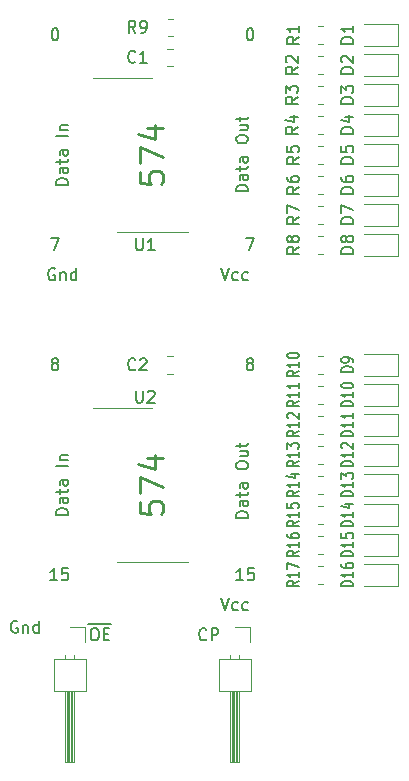
<source format=gbr>
%TF.GenerationSoftware,KiCad,Pcbnew,(5.1.8)-1*%
%TF.CreationDate,2024-06-18T22:34:24+03:00*%
%TF.ProjectId,STACK16,53544143-4b31-4362-9e6b-696361645f70,rev?*%
%TF.SameCoordinates,Original*%
%TF.FileFunction,Legend,Top*%
%TF.FilePolarity,Positive*%
%FSLAX46Y46*%
G04 Gerber Fmt 4.6, Leading zero omitted, Abs format (unit mm)*
G04 Created by KiCad (PCBNEW (5.1.8)-1) date 2024-06-18 22:34:24*
%MOMM*%
%LPD*%
G01*
G04 APERTURE LIST*
%ADD10C,0.150000*%
%ADD11C,0.250000*%
%ADD12C,0.120000*%
G04 APERTURE END LIST*
D10*
X69032380Y-68817738D02*
X68032380Y-68817738D01*
X68032380Y-68579642D01*
X68080000Y-68436785D01*
X68175238Y-68341547D01*
X68270476Y-68293928D01*
X68460952Y-68246309D01*
X68603809Y-68246309D01*
X68794285Y-68293928D01*
X68889523Y-68341547D01*
X68984761Y-68436785D01*
X69032380Y-68579642D01*
X69032380Y-68817738D01*
X69032380Y-67389166D02*
X68508571Y-67389166D01*
X68413333Y-67436785D01*
X68365714Y-67532023D01*
X68365714Y-67722500D01*
X68413333Y-67817738D01*
X68984761Y-67389166D02*
X69032380Y-67484404D01*
X69032380Y-67722500D01*
X68984761Y-67817738D01*
X68889523Y-67865357D01*
X68794285Y-67865357D01*
X68699047Y-67817738D01*
X68651428Y-67722500D01*
X68651428Y-67484404D01*
X68603809Y-67389166D01*
X68365714Y-67055833D02*
X68365714Y-66674880D01*
X68032380Y-66912976D02*
X68889523Y-66912976D01*
X68984761Y-66865357D01*
X69032380Y-66770119D01*
X69032380Y-66674880D01*
X69032380Y-65912976D02*
X68508571Y-65912976D01*
X68413333Y-65960595D01*
X68365714Y-66055833D01*
X68365714Y-66246309D01*
X68413333Y-66341547D01*
X68984761Y-65912976D02*
X69032380Y-66008214D01*
X69032380Y-66246309D01*
X68984761Y-66341547D01*
X68889523Y-66389166D01*
X68794285Y-66389166D01*
X68699047Y-66341547D01*
X68651428Y-66246309D01*
X68651428Y-66008214D01*
X68603809Y-65912976D01*
X68032380Y-64484404D02*
X68032380Y-64293928D01*
X68080000Y-64198690D01*
X68175238Y-64103452D01*
X68365714Y-64055833D01*
X68699047Y-64055833D01*
X68889523Y-64103452D01*
X68984761Y-64198690D01*
X69032380Y-64293928D01*
X69032380Y-64484404D01*
X68984761Y-64579642D01*
X68889523Y-64674880D01*
X68699047Y-64722500D01*
X68365714Y-64722500D01*
X68175238Y-64674880D01*
X68080000Y-64579642D01*
X68032380Y-64484404D01*
X68365714Y-63198690D02*
X69032380Y-63198690D01*
X68365714Y-63627261D02*
X68889523Y-63627261D01*
X68984761Y-63579642D01*
X69032380Y-63484404D01*
X69032380Y-63341547D01*
X68984761Y-63246309D01*
X68937142Y-63198690D01*
X68365714Y-62865357D02*
X68365714Y-62484404D01*
X68032380Y-62722500D02*
X68889523Y-62722500D01*
X68984761Y-62674880D01*
X69032380Y-62579642D01*
X69032380Y-62484404D01*
X53792380Y-68563809D02*
X52792380Y-68563809D01*
X52792380Y-68325714D01*
X52840000Y-68182857D01*
X52935238Y-68087619D01*
X53030476Y-68040000D01*
X53220952Y-67992380D01*
X53363809Y-67992380D01*
X53554285Y-68040000D01*
X53649523Y-68087619D01*
X53744761Y-68182857D01*
X53792380Y-68325714D01*
X53792380Y-68563809D01*
X53792380Y-67135238D02*
X53268571Y-67135238D01*
X53173333Y-67182857D01*
X53125714Y-67278095D01*
X53125714Y-67468571D01*
X53173333Y-67563809D01*
X53744761Y-67135238D02*
X53792380Y-67230476D01*
X53792380Y-67468571D01*
X53744761Y-67563809D01*
X53649523Y-67611428D01*
X53554285Y-67611428D01*
X53459047Y-67563809D01*
X53411428Y-67468571D01*
X53411428Y-67230476D01*
X53363809Y-67135238D01*
X53125714Y-66801904D02*
X53125714Y-66420952D01*
X52792380Y-66659047D02*
X53649523Y-66659047D01*
X53744761Y-66611428D01*
X53792380Y-66516190D01*
X53792380Y-66420952D01*
X53792380Y-65659047D02*
X53268571Y-65659047D01*
X53173333Y-65706666D01*
X53125714Y-65801904D01*
X53125714Y-65992380D01*
X53173333Y-66087619D01*
X53744761Y-65659047D02*
X53792380Y-65754285D01*
X53792380Y-65992380D01*
X53744761Y-66087619D01*
X53649523Y-66135238D01*
X53554285Y-66135238D01*
X53459047Y-66087619D01*
X53411428Y-65992380D01*
X53411428Y-65754285D01*
X53363809Y-65659047D01*
X53792380Y-64420952D02*
X52792380Y-64420952D01*
X53125714Y-63944761D02*
X53792380Y-63944761D01*
X53220952Y-63944761D02*
X53173333Y-63897142D01*
X53125714Y-63801904D01*
X53125714Y-63659047D01*
X53173333Y-63563809D01*
X53268571Y-63516190D01*
X53792380Y-63516190D01*
X66754523Y-47712380D02*
X67087857Y-48712380D01*
X67421190Y-47712380D01*
X68183095Y-48664761D02*
X68087857Y-48712380D01*
X67897380Y-48712380D01*
X67802142Y-48664761D01*
X67754523Y-48617142D01*
X67706904Y-48521904D01*
X67706904Y-48236190D01*
X67754523Y-48140952D01*
X67802142Y-48093333D01*
X67897380Y-48045714D01*
X68087857Y-48045714D01*
X68183095Y-48093333D01*
X69040238Y-48664761D02*
X68945000Y-48712380D01*
X68754523Y-48712380D01*
X68659285Y-48664761D01*
X68611666Y-48617142D01*
X68564047Y-48521904D01*
X68564047Y-48236190D01*
X68611666Y-48140952D01*
X68659285Y-48093333D01*
X68754523Y-48045714D01*
X68945000Y-48045714D01*
X69040238Y-48093333D01*
X49522142Y-77605000D02*
X49426904Y-77557380D01*
X49284047Y-77557380D01*
X49141190Y-77605000D01*
X49045952Y-77700238D01*
X48998333Y-77795476D01*
X48950714Y-77985952D01*
X48950714Y-78128809D01*
X48998333Y-78319285D01*
X49045952Y-78414523D01*
X49141190Y-78509761D01*
X49284047Y-78557380D01*
X49379285Y-78557380D01*
X49522142Y-78509761D01*
X49569761Y-78462142D01*
X49569761Y-78128809D01*
X49379285Y-78128809D01*
X49998333Y-77890714D02*
X49998333Y-78557380D01*
X49998333Y-77985952D02*
X50045952Y-77938333D01*
X50141190Y-77890714D01*
X50284047Y-77890714D01*
X50379285Y-77938333D01*
X50426904Y-78033571D01*
X50426904Y-78557380D01*
X51331666Y-78557380D02*
X51331666Y-77557380D01*
X51331666Y-78509761D02*
X51236428Y-78557380D01*
X51045952Y-78557380D01*
X50950714Y-78509761D01*
X50903095Y-78462142D01*
X50855476Y-78366904D01*
X50855476Y-78081190D01*
X50903095Y-77985952D01*
X50950714Y-77938333D01*
X51045952Y-77890714D01*
X51236428Y-77890714D01*
X51331666Y-77938333D01*
D11*
X59864761Y-67468571D02*
X59864761Y-68420952D01*
X60817142Y-68516190D01*
X60721904Y-68420952D01*
X60626666Y-68230476D01*
X60626666Y-67754285D01*
X60721904Y-67563809D01*
X60817142Y-67468571D01*
X61007619Y-67373333D01*
X61483809Y-67373333D01*
X61674285Y-67468571D01*
X61769523Y-67563809D01*
X61864761Y-67754285D01*
X61864761Y-68230476D01*
X61769523Y-68420952D01*
X61674285Y-68516190D01*
X59864761Y-66706666D02*
X59864761Y-65373333D01*
X61864761Y-66230476D01*
X60531428Y-63754285D02*
X61864761Y-63754285D01*
X59769523Y-64230476D02*
X61198095Y-64706666D01*
X61198095Y-63468571D01*
D10*
X68643523Y-74112380D02*
X68072095Y-74112380D01*
X68357809Y-74112380D02*
X68357809Y-73112380D01*
X68262571Y-73255238D01*
X68167333Y-73350476D01*
X68072095Y-73398095D01*
X69548285Y-73112380D02*
X69072095Y-73112380D01*
X69024476Y-73588571D01*
X69072095Y-73540952D01*
X69167333Y-73493333D01*
X69405428Y-73493333D01*
X69500666Y-73540952D01*
X69548285Y-73588571D01*
X69595904Y-73683809D01*
X69595904Y-73921904D01*
X69548285Y-74017142D01*
X69500666Y-74064761D01*
X69405428Y-74112380D01*
X69167333Y-74112380D01*
X69072095Y-74064761D01*
X69024476Y-74017142D01*
X52895523Y-74112380D02*
X52324095Y-74112380D01*
X52609809Y-74112380D02*
X52609809Y-73112380D01*
X52514571Y-73255238D01*
X52419333Y-73350476D01*
X52324095Y-73398095D01*
X53800285Y-73112380D02*
X53324095Y-73112380D01*
X53276476Y-73588571D01*
X53324095Y-73540952D01*
X53419333Y-73493333D01*
X53657428Y-73493333D01*
X53752666Y-73540952D01*
X53800285Y-73588571D01*
X53847904Y-73683809D01*
X53847904Y-73921904D01*
X53800285Y-74017142D01*
X53752666Y-74064761D01*
X53657428Y-74112380D01*
X53419333Y-74112380D01*
X53324095Y-74064761D01*
X53276476Y-74017142D01*
X69119761Y-55760952D02*
X69024523Y-55713333D01*
X68976904Y-55665714D01*
X68929285Y-55570476D01*
X68929285Y-55522857D01*
X68976904Y-55427619D01*
X69024523Y-55380000D01*
X69119761Y-55332380D01*
X69310238Y-55332380D01*
X69405476Y-55380000D01*
X69453095Y-55427619D01*
X69500714Y-55522857D01*
X69500714Y-55570476D01*
X69453095Y-55665714D01*
X69405476Y-55713333D01*
X69310238Y-55760952D01*
X69119761Y-55760952D01*
X69024523Y-55808571D01*
X68976904Y-55856190D01*
X68929285Y-55951428D01*
X68929285Y-56141904D01*
X68976904Y-56237142D01*
X69024523Y-56284761D01*
X69119761Y-56332380D01*
X69310238Y-56332380D01*
X69405476Y-56284761D01*
X69453095Y-56237142D01*
X69500714Y-56141904D01*
X69500714Y-55951428D01*
X69453095Y-55856190D01*
X69405476Y-55808571D01*
X69310238Y-55760952D01*
X52609761Y-55760952D02*
X52514523Y-55713333D01*
X52466904Y-55665714D01*
X52419285Y-55570476D01*
X52419285Y-55522857D01*
X52466904Y-55427619D01*
X52514523Y-55380000D01*
X52609761Y-55332380D01*
X52800238Y-55332380D01*
X52895476Y-55380000D01*
X52943095Y-55427619D01*
X52990714Y-55522857D01*
X52990714Y-55570476D01*
X52943095Y-55665714D01*
X52895476Y-55713333D01*
X52800238Y-55760952D01*
X52609761Y-55760952D01*
X52514523Y-55808571D01*
X52466904Y-55856190D01*
X52419285Y-55951428D01*
X52419285Y-56141904D01*
X52466904Y-56237142D01*
X52514523Y-56284761D01*
X52609761Y-56332380D01*
X52800238Y-56332380D01*
X52895476Y-56284761D01*
X52943095Y-56237142D01*
X52990714Y-56141904D01*
X52990714Y-55951428D01*
X52943095Y-55856190D01*
X52895476Y-55808571D01*
X52800238Y-55760952D01*
D11*
X59864761Y-39528571D02*
X59864761Y-40480952D01*
X60817142Y-40576190D01*
X60721904Y-40480952D01*
X60626666Y-40290476D01*
X60626666Y-39814285D01*
X60721904Y-39623809D01*
X60817142Y-39528571D01*
X61007619Y-39433333D01*
X61483809Y-39433333D01*
X61674285Y-39528571D01*
X61769523Y-39623809D01*
X61864761Y-39814285D01*
X61864761Y-40290476D01*
X61769523Y-40480952D01*
X61674285Y-40576190D01*
X59864761Y-38766666D02*
X59864761Y-37433333D01*
X61864761Y-38290476D01*
X60531428Y-35814285D02*
X61864761Y-35814285D01*
X59769523Y-36290476D02*
X61198095Y-36766666D01*
X61198095Y-35528571D01*
D10*
X68881666Y-45172380D02*
X69548333Y-45172380D01*
X69119761Y-46172380D01*
X52371666Y-45172380D02*
X53038333Y-45172380D01*
X52609761Y-46172380D01*
X69167380Y-27392380D02*
X69262619Y-27392380D01*
X69357857Y-27440000D01*
X69405476Y-27487619D01*
X69453095Y-27582857D01*
X69500714Y-27773333D01*
X69500714Y-28011428D01*
X69453095Y-28201904D01*
X69405476Y-28297142D01*
X69357857Y-28344761D01*
X69262619Y-28392380D01*
X69167380Y-28392380D01*
X69072142Y-28344761D01*
X69024523Y-28297142D01*
X68976904Y-28201904D01*
X68929285Y-28011428D01*
X68929285Y-27773333D01*
X68976904Y-27582857D01*
X69024523Y-27487619D01*
X69072142Y-27440000D01*
X69167380Y-27392380D01*
X52657380Y-27392380D02*
X52752619Y-27392380D01*
X52847857Y-27440000D01*
X52895476Y-27487619D01*
X52943095Y-27582857D01*
X52990714Y-27773333D01*
X52990714Y-28011428D01*
X52943095Y-28201904D01*
X52895476Y-28297142D01*
X52847857Y-28344761D01*
X52752619Y-28392380D01*
X52657380Y-28392380D01*
X52562142Y-28344761D01*
X52514523Y-28297142D01*
X52466904Y-28201904D01*
X52419285Y-28011428D01*
X52419285Y-27773333D01*
X52466904Y-27582857D01*
X52514523Y-27487619D01*
X52562142Y-27440000D01*
X52657380Y-27392380D01*
X69032380Y-41195238D02*
X68032380Y-41195238D01*
X68032380Y-40957142D01*
X68080000Y-40814285D01*
X68175238Y-40719047D01*
X68270476Y-40671428D01*
X68460952Y-40623809D01*
X68603809Y-40623809D01*
X68794285Y-40671428D01*
X68889523Y-40719047D01*
X68984761Y-40814285D01*
X69032380Y-40957142D01*
X69032380Y-41195238D01*
X69032380Y-39766666D02*
X68508571Y-39766666D01*
X68413333Y-39814285D01*
X68365714Y-39909523D01*
X68365714Y-40100000D01*
X68413333Y-40195238D01*
X68984761Y-39766666D02*
X69032380Y-39861904D01*
X69032380Y-40100000D01*
X68984761Y-40195238D01*
X68889523Y-40242857D01*
X68794285Y-40242857D01*
X68699047Y-40195238D01*
X68651428Y-40100000D01*
X68651428Y-39861904D01*
X68603809Y-39766666D01*
X68365714Y-39433333D02*
X68365714Y-39052380D01*
X68032380Y-39290476D02*
X68889523Y-39290476D01*
X68984761Y-39242857D01*
X69032380Y-39147619D01*
X69032380Y-39052380D01*
X69032380Y-38290476D02*
X68508571Y-38290476D01*
X68413333Y-38338095D01*
X68365714Y-38433333D01*
X68365714Y-38623809D01*
X68413333Y-38719047D01*
X68984761Y-38290476D02*
X69032380Y-38385714D01*
X69032380Y-38623809D01*
X68984761Y-38719047D01*
X68889523Y-38766666D01*
X68794285Y-38766666D01*
X68699047Y-38719047D01*
X68651428Y-38623809D01*
X68651428Y-38385714D01*
X68603809Y-38290476D01*
X68032380Y-36861904D02*
X68032380Y-36671428D01*
X68080000Y-36576190D01*
X68175238Y-36480952D01*
X68365714Y-36433333D01*
X68699047Y-36433333D01*
X68889523Y-36480952D01*
X68984761Y-36576190D01*
X69032380Y-36671428D01*
X69032380Y-36861904D01*
X68984761Y-36957142D01*
X68889523Y-37052380D01*
X68699047Y-37100000D01*
X68365714Y-37100000D01*
X68175238Y-37052380D01*
X68080000Y-36957142D01*
X68032380Y-36861904D01*
X68365714Y-35576190D02*
X69032380Y-35576190D01*
X68365714Y-36004761D02*
X68889523Y-36004761D01*
X68984761Y-35957142D01*
X69032380Y-35861904D01*
X69032380Y-35719047D01*
X68984761Y-35623809D01*
X68937142Y-35576190D01*
X68365714Y-35242857D02*
X68365714Y-34861904D01*
X68032380Y-35100000D02*
X68889523Y-35100000D01*
X68984761Y-35052380D01*
X69032380Y-34957142D01*
X69032380Y-34861904D01*
X53792380Y-40623809D02*
X52792380Y-40623809D01*
X52792380Y-40385714D01*
X52840000Y-40242857D01*
X52935238Y-40147619D01*
X53030476Y-40100000D01*
X53220952Y-40052380D01*
X53363809Y-40052380D01*
X53554285Y-40100000D01*
X53649523Y-40147619D01*
X53744761Y-40242857D01*
X53792380Y-40385714D01*
X53792380Y-40623809D01*
X53792380Y-39195238D02*
X53268571Y-39195238D01*
X53173333Y-39242857D01*
X53125714Y-39338095D01*
X53125714Y-39528571D01*
X53173333Y-39623809D01*
X53744761Y-39195238D02*
X53792380Y-39290476D01*
X53792380Y-39528571D01*
X53744761Y-39623809D01*
X53649523Y-39671428D01*
X53554285Y-39671428D01*
X53459047Y-39623809D01*
X53411428Y-39528571D01*
X53411428Y-39290476D01*
X53363809Y-39195238D01*
X53125714Y-38861904D02*
X53125714Y-38480952D01*
X52792380Y-38719047D02*
X53649523Y-38719047D01*
X53744761Y-38671428D01*
X53792380Y-38576190D01*
X53792380Y-38480952D01*
X53792380Y-37719047D02*
X53268571Y-37719047D01*
X53173333Y-37766666D01*
X53125714Y-37861904D01*
X53125714Y-38052380D01*
X53173333Y-38147619D01*
X53744761Y-37719047D02*
X53792380Y-37814285D01*
X53792380Y-38052380D01*
X53744761Y-38147619D01*
X53649523Y-38195238D01*
X53554285Y-38195238D01*
X53459047Y-38147619D01*
X53411428Y-38052380D01*
X53411428Y-37814285D01*
X53363809Y-37719047D01*
X53792380Y-36480952D02*
X52792380Y-36480952D01*
X53125714Y-36004761D02*
X53792380Y-36004761D01*
X53220952Y-36004761D02*
X53173333Y-35957142D01*
X53125714Y-35861904D01*
X53125714Y-35719047D01*
X53173333Y-35623809D01*
X53268571Y-35576190D01*
X53792380Y-35576190D01*
X66754523Y-75652380D02*
X67087857Y-76652380D01*
X67421190Y-75652380D01*
X68183095Y-76604761D02*
X68087857Y-76652380D01*
X67897380Y-76652380D01*
X67802142Y-76604761D01*
X67754523Y-76557142D01*
X67706904Y-76461904D01*
X67706904Y-76176190D01*
X67754523Y-76080952D01*
X67802142Y-76033333D01*
X67897380Y-75985714D01*
X68087857Y-75985714D01*
X68183095Y-76033333D01*
X69040238Y-76604761D02*
X68945000Y-76652380D01*
X68754523Y-76652380D01*
X68659285Y-76604761D01*
X68611666Y-76557142D01*
X68564047Y-76461904D01*
X68564047Y-76176190D01*
X68611666Y-76080952D01*
X68659285Y-76033333D01*
X68754523Y-75985714D01*
X68945000Y-75985714D01*
X69040238Y-76033333D01*
X52697142Y-47760000D02*
X52601904Y-47712380D01*
X52459047Y-47712380D01*
X52316190Y-47760000D01*
X52220952Y-47855238D01*
X52173333Y-47950476D01*
X52125714Y-48140952D01*
X52125714Y-48283809D01*
X52173333Y-48474285D01*
X52220952Y-48569523D01*
X52316190Y-48664761D01*
X52459047Y-48712380D01*
X52554285Y-48712380D01*
X52697142Y-48664761D01*
X52744761Y-48617142D01*
X52744761Y-48283809D01*
X52554285Y-48283809D01*
X53173333Y-48045714D02*
X53173333Y-48712380D01*
X53173333Y-48140952D02*
X53220952Y-48093333D01*
X53316190Y-48045714D01*
X53459047Y-48045714D01*
X53554285Y-48093333D01*
X53601904Y-48188571D01*
X53601904Y-48712380D01*
X54506666Y-48712380D02*
X54506666Y-47712380D01*
X54506666Y-48664761D02*
X54411428Y-48712380D01*
X54220952Y-48712380D01*
X54125714Y-48664761D01*
X54078095Y-48617142D01*
X54030476Y-48521904D01*
X54030476Y-48236190D01*
X54078095Y-48140952D01*
X54125714Y-48093333D01*
X54220952Y-48045714D01*
X54411428Y-48045714D01*
X54506666Y-48093333D01*
X65532023Y-79097142D02*
X65484404Y-79144761D01*
X65341547Y-79192380D01*
X65246309Y-79192380D01*
X65103452Y-79144761D01*
X65008214Y-79049523D01*
X64960595Y-78954285D01*
X64912976Y-78763809D01*
X64912976Y-78620952D01*
X64960595Y-78430476D01*
X65008214Y-78335238D01*
X65103452Y-78240000D01*
X65246309Y-78192380D01*
X65341547Y-78192380D01*
X65484404Y-78240000D01*
X65532023Y-78287619D01*
X65960595Y-79192380D02*
X65960595Y-78192380D01*
X66341547Y-78192380D01*
X66436785Y-78240000D01*
X66484404Y-78287619D01*
X66532023Y-78382857D01*
X66532023Y-78525714D01*
X66484404Y-78620952D01*
X66436785Y-78668571D01*
X66341547Y-78716190D01*
X65960595Y-78716190D01*
X55538809Y-77825000D02*
X56586428Y-77825000D01*
X55967380Y-78192380D02*
X56157857Y-78192380D01*
X56253095Y-78240000D01*
X56348333Y-78335238D01*
X56395952Y-78525714D01*
X56395952Y-78859047D01*
X56348333Y-79049523D01*
X56253095Y-79144761D01*
X56157857Y-79192380D01*
X55967380Y-79192380D01*
X55872142Y-79144761D01*
X55776904Y-79049523D01*
X55729285Y-78859047D01*
X55729285Y-78525714D01*
X55776904Y-78335238D01*
X55872142Y-78240000D01*
X55967380Y-78192380D01*
X56586428Y-77825000D02*
X57491190Y-77825000D01*
X56824523Y-78668571D02*
X57157857Y-78668571D01*
X57300714Y-79192380D02*
X56824523Y-79192380D01*
X56824523Y-78192380D01*
X57300714Y-78192380D01*
D12*
%TO.C,U2*%
X57960000Y-72570000D02*
X63960000Y-72570000D01*
X55960000Y-59510000D02*
X60960000Y-59510000D01*
%TO.C,R17*%
X75427064Y-74395000D02*
X74972936Y-74395000D01*
X75427064Y-72925000D02*
X74972936Y-72925000D01*
%TO.C,R16*%
X75427064Y-71855000D02*
X74972936Y-71855000D01*
X75427064Y-70385000D02*
X74972936Y-70385000D01*
%TO.C,R15*%
X75427064Y-69315000D02*
X74972936Y-69315000D01*
X75427064Y-67845000D02*
X74972936Y-67845000D01*
%TO.C,R14*%
X75427064Y-66775000D02*
X74972936Y-66775000D01*
X75427064Y-65305000D02*
X74972936Y-65305000D01*
%TO.C,R13*%
X75427064Y-64235000D02*
X74972936Y-64235000D01*
X75427064Y-62765000D02*
X74972936Y-62765000D01*
%TO.C,R12*%
X75427064Y-61695000D02*
X74972936Y-61695000D01*
X75427064Y-60225000D02*
X74972936Y-60225000D01*
%TO.C,R11*%
X75427064Y-59155000D02*
X74972936Y-59155000D01*
X75427064Y-57685000D02*
X74972936Y-57685000D01*
%TO.C,R10*%
X75427064Y-56615000D02*
X74972936Y-56615000D01*
X75427064Y-55145000D02*
X74972936Y-55145000D01*
%TO.C,D16*%
X78910000Y-74620000D02*
X81770000Y-74620000D01*
X81770000Y-74620000D02*
X81770000Y-72700000D01*
X81770000Y-72700000D02*
X78910000Y-72700000D01*
%TO.C,D15*%
X78910000Y-72080000D02*
X81770000Y-72080000D01*
X81770000Y-72080000D02*
X81770000Y-70160000D01*
X81770000Y-70160000D02*
X78910000Y-70160000D01*
%TO.C,D14*%
X78910000Y-69540000D02*
X81770000Y-69540000D01*
X81770000Y-69540000D02*
X81770000Y-67620000D01*
X81770000Y-67620000D02*
X78910000Y-67620000D01*
%TO.C,D13*%
X78910000Y-67000000D02*
X81770000Y-67000000D01*
X81770000Y-67000000D02*
X81770000Y-65080000D01*
X81770000Y-65080000D02*
X78910000Y-65080000D01*
%TO.C,D12*%
X78910000Y-64460000D02*
X81770000Y-64460000D01*
X81770000Y-64460000D02*
X81770000Y-62540000D01*
X81770000Y-62540000D02*
X78910000Y-62540000D01*
%TO.C,D11*%
X78910000Y-61920000D02*
X81770000Y-61920000D01*
X81770000Y-61920000D02*
X81770000Y-60000000D01*
X81770000Y-60000000D02*
X78910000Y-60000000D01*
%TO.C,D10*%
X78910000Y-59380000D02*
X81770000Y-59380000D01*
X81770000Y-59380000D02*
X81770000Y-57460000D01*
X81770000Y-57460000D02*
X78910000Y-57460000D01*
%TO.C,D9*%
X78910000Y-56840000D02*
X81770000Y-56840000D01*
X81770000Y-56840000D02*
X81770000Y-54920000D01*
X81770000Y-54920000D02*
X78910000Y-54920000D01*
%TO.C,C2*%
X62723752Y-56615000D02*
X62201248Y-56615000D01*
X62723752Y-55145000D02*
X62201248Y-55145000D01*
%TO.C,R9*%
X62272936Y-26570000D02*
X62727064Y-26570000D01*
X62272936Y-28040000D02*
X62727064Y-28040000D01*
%TO.C,J4*%
X55245000Y-78105000D02*
X55245000Y-79375000D01*
X53975000Y-78105000D02*
X55245000Y-78105000D01*
X53595000Y-80485000D02*
X53595000Y-80815000D01*
X54355000Y-80485000D02*
X54355000Y-80815000D01*
X53695000Y-83475000D02*
X53695000Y-89475000D01*
X53815000Y-83475000D02*
X53815000Y-89475000D01*
X53935000Y-83475000D02*
X53935000Y-89475000D01*
X54055000Y-83475000D02*
X54055000Y-89475000D01*
X54175000Y-83475000D02*
X54175000Y-89475000D01*
X54295000Y-83475000D02*
X54295000Y-89475000D01*
X53595000Y-89475000D02*
X53595000Y-83475000D01*
X54355000Y-89475000D02*
X53595000Y-89475000D01*
X54355000Y-83475000D02*
X54355000Y-89475000D01*
X55305000Y-83475000D02*
X55305000Y-80815000D01*
X52645000Y-83475000D02*
X55305000Y-83475000D01*
X52645000Y-80815000D02*
X52645000Y-83475000D01*
X55305000Y-80815000D02*
X52645000Y-80815000D01*
%TO.C,J3*%
X69215000Y-78105000D02*
X69215000Y-79375000D01*
X67945000Y-78105000D02*
X69215000Y-78105000D01*
X67565000Y-80485000D02*
X67565000Y-80815000D01*
X68325000Y-80485000D02*
X68325000Y-80815000D01*
X67665000Y-83475000D02*
X67665000Y-89475000D01*
X67785000Y-83475000D02*
X67785000Y-89475000D01*
X67905000Y-83475000D02*
X67905000Y-89475000D01*
X68025000Y-83475000D02*
X68025000Y-89475000D01*
X68145000Y-83475000D02*
X68145000Y-89475000D01*
X68265000Y-83475000D02*
X68265000Y-89475000D01*
X67565000Y-89475000D02*
X67565000Y-83475000D01*
X68325000Y-89475000D02*
X67565000Y-89475000D01*
X68325000Y-83475000D02*
X68325000Y-89475000D01*
X69275000Y-83475000D02*
X69275000Y-80815000D01*
X66615000Y-83475000D02*
X69275000Y-83475000D01*
X66615000Y-80815000D02*
X66615000Y-83475000D01*
X69275000Y-80815000D02*
X66615000Y-80815000D01*
%TO.C,C1*%
X62723752Y-29110000D02*
X62201248Y-29110000D01*
X62723752Y-30580000D02*
X62201248Y-30580000D01*
%TO.C,D1*%
X81770000Y-26980000D02*
X78910000Y-26980000D01*
X81770000Y-28900000D02*
X81770000Y-26980000D01*
X78910000Y-28900000D02*
X81770000Y-28900000D01*
%TO.C,D2*%
X81770000Y-29520000D02*
X78910000Y-29520000D01*
X81770000Y-31440000D02*
X81770000Y-29520000D01*
X78910000Y-31440000D02*
X81770000Y-31440000D01*
%TO.C,D3*%
X78910000Y-33980000D02*
X81770000Y-33980000D01*
X81770000Y-33980000D02*
X81770000Y-32060000D01*
X81770000Y-32060000D02*
X78910000Y-32060000D01*
%TO.C,D4*%
X81770000Y-34600000D02*
X78910000Y-34600000D01*
X81770000Y-36520000D02*
X81770000Y-34600000D01*
X78910000Y-36520000D02*
X81770000Y-36520000D01*
%TO.C,D5*%
X78910000Y-39060000D02*
X81770000Y-39060000D01*
X81770000Y-39060000D02*
X81770000Y-37140000D01*
X81770000Y-37140000D02*
X78910000Y-37140000D01*
%TO.C,D6*%
X78910000Y-41600000D02*
X81770000Y-41600000D01*
X81770000Y-41600000D02*
X81770000Y-39680000D01*
X81770000Y-39680000D02*
X78910000Y-39680000D01*
%TO.C,D7*%
X78910000Y-44140000D02*
X81770000Y-44140000D01*
X81770000Y-44140000D02*
X81770000Y-42220000D01*
X81770000Y-42220000D02*
X78910000Y-42220000D01*
%TO.C,D8*%
X81770000Y-44760000D02*
X78910000Y-44760000D01*
X81770000Y-46680000D02*
X81770000Y-44760000D01*
X78910000Y-46680000D02*
X81770000Y-46680000D01*
%TO.C,R1*%
X75427064Y-27205000D02*
X74972936Y-27205000D01*
X75427064Y-28675000D02*
X74972936Y-28675000D01*
%TO.C,R2*%
X75427064Y-29745000D02*
X74972936Y-29745000D01*
X75427064Y-31215000D02*
X74972936Y-31215000D01*
%TO.C,R3*%
X75427064Y-33755000D02*
X74972936Y-33755000D01*
X75427064Y-32285000D02*
X74972936Y-32285000D01*
%TO.C,R4*%
X75427064Y-36295000D02*
X74972936Y-36295000D01*
X75427064Y-34825000D02*
X74972936Y-34825000D01*
%TO.C,R5*%
X75427064Y-37365000D02*
X74972936Y-37365000D01*
X75427064Y-38835000D02*
X74972936Y-38835000D01*
%TO.C,R6*%
X75427064Y-41375000D02*
X74972936Y-41375000D01*
X75427064Y-39905000D02*
X74972936Y-39905000D01*
%TO.C,R7*%
X75427064Y-43915000D02*
X74972936Y-43915000D01*
X75427064Y-42445000D02*
X74972936Y-42445000D01*
%TO.C,R8*%
X75427064Y-44985000D02*
X74972936Y-44985000D01*
X75427064Y-46455000D02*
X74972936Y-46455000D01*
%TO.C,U1*%
X55960000Y-31570000D02*
X60960000Y-31570000D01*
X57960000Y-44630000D02*
X63960000Y-44630000D01*
%TO.C,U2*%
D10*
X59563095Y-58072380D02*
X59563095Y-58881904D01*
X59610714Y-58977142D01*
X59658333Y-59024761D01*
X59753571Y-59072380D01*
X59944047Y-59072380D01*
X60039285Y-59024761D01*
X60086904Y-58977142D01*
X60134523Y-58881904D01*
X60134523Y-58072380D01*
X60563095Y-58167619D02*
X60610714Y-58120000D01*
X60705952Y-58072380D01*
X60944047Y-58072380D01*
X61039285Y-58120000D01*
X61086904Y-58167619D01*
X61134523Y-58262857D01*
X61134523Y-58358095D01*
X61086904Y-58500952D01*
X60515476Y-59072380D01*
X61134523Y-59072380D01*
%TO.C,R17*%
X73350380Y-74174285D02*
X72874190Y-74440952D01*
X73350380Y-74631428D02*
X72350380Y-74631428D01*
X72350380Y-74326666D01*
X72398000Y-74250476D01*
X72445619Y-74212380D01*
X72540857Y-74174285D01*
X72683714Y-74174285D01*
X72778952Y-74212380D01*
X72826571Y-74250476D01*
X72874190Y-74326666D01*
X72874190Y-74631428D01*
X73350380Y-73412380D02*
X73350380Y-73869523D01*
X73350380Y-73640952D02*
X72350380Y-73640952D01*
X72493238Y-73717142D01*
X72588476Y-73793333D01*
X72636095Y-73869523D01*
X72350380Y-73145714D02*
X72350380Y-72612380D01*
X73350380Y-72955238D01*
%TO.C,R16*%
X73350380Y-71634285D02*
X72874190Y-71900952D01*
X73350380Y-72091428D02*
X72350380Y-72091428D01*
X72350380Y-71786666D01*
X72398000Y-71710476D01*
X72445619Y-71672380D01*
X72540857Y-71634285D01*
X72683714Y-71634285D01*
X72778952Y-71672380D01*
X72826571Y-71710476D01*
X72874190Y-71786666D01*
X72874190Y-72091428D01*
X73350380Y-70872380D02*
X73350380Y-71329523D01*
X73350380Y-71100952D02*
X72350380Y-71100952D01*
X72493238Y-71177142D01*
X72588476Y-71253333D01*
X72636095Y-71329523D01*
X72350380Y-70186666D02*
X72350380Y-70339047D01*
X72398000Y-70415238D01*
X72445619Y-70453333D01*
X72588476Y-70529523D01*
X72778952Y-70567619D01*
X73159904Y-70567619D01*
X73255142Y-70529523D01*
X73302761Y-70491428D01*
X73350380Y-70415238D01*
X73350380Y-70262857D01*
X73302761Y-70186666D01*
X73255142Y-70148571D01*
X73159904Y-70110476D01*
X72921809Y-70110476D01*
X72826571Y-70148571D01*
X72778952Y-70186666D01*
X72731333Y-70262857D01*
X72731333Y-70415238D01*
X72778952Y-70491428D01*
X72826571Y-70529523D01*
X72921809Y-70567619D01*
%TO.C,R15*%
X73350380Y-69094285D02*
X72874190Y-69360952D01*
X73350380Y-69551428D02*
X72350380Y-69551428D01*
X72350380Y-69246666D01*
X72398000Y-69170476D01*
X72445619Y-69132380D01*
X72540857Y-69094285D01*
X72683714Y-69094285D01*
X72778952Y-69132380D01*
X72826571Y-69170476D01*
X72874190Y-69246666D01*
X72874190Y-69551428D01*
X73350380Y-68332380D02*
X73350380Y-68789523D01*
X73350380Y-68560952D02*
X72350380Y-68560952D01*
X72493238Y-68637142D01*
X72588476Y-68713333D01*
X72636095Y-68789523D01*
X72350380Y-67608571D02*
X72350380Y-67989523D01*
X72826571Y-68027619D01*
X72778952Y-67989523D01*
X72731333Y-67913333D01*
X72731333Y-67722857D01*
X72778952Y-67646666D01*
X72826571Y-67608571D01*
X72921809Y-67570476D01*
X73159904Y-67570476D01*
X73255142Y-67608571D01*
X73302761Y-67646666D01*
X73350380Y-67722857D01*
X73350380Y-67913333D01*
X73302761Y-67989523D01*
X73255142Y-68027619D01*
%TO.C,R14*%
X73350380Y-66554285D02*
X72874190Y-66820952D01*
X73350380Y-67011428D02*
X72350380Y-67011428D01*
X72350380Y-66706666D01*
X72398000Y-66630476D01*
X72445619Y-66592380D01*
X72540857Y-66554285D01*
X72683714Y-66554285D01*
X72778952Y-66592380D01*
X72826571Y-66630476D01*
X72874190Y-66706666D01*
X72874190Y-67011428D01*
X73350380Y-65792380D02*
X73350380Y-66249523D01*
X73350380Y-66020952D02*
X72350380Y-66020952D01*
X72493238Y-66097142D01*
X72588476Y-66173333D01*
X72636095Y-66249523D01*
X72683714Y-65106666D02*
X73350380Y-65106666D01*
X72302761Y-65297142D02*
X73017047Y-65487619D01*
X73017047Y-64992380D01*
%TO.C,R13*%
X73350380Y-64014285D02*
X72874190Y-64280952D01*
X73350380Y-64471428D02*
X72350380Y-64471428D01*
X72350380Y-64166666D01*
X72398000Y-64090476D01*
X72445619Y-64052380D01*
X72540857Y-64014285D01*
X72683714Y-64014285D01*
X72778952Y-64052380D01*
X72826571Y-64090476D01*
X72874190Y-64166666D01*
X72874190Y-64471428D01*
X73350380Y-63252380D02*
X73350380Y-63709523D01*
X73350380Y-63480952D02*
X72350380Y-63480952D01*
X72493238Y-63557142D01*
X72588476Y-63633333D01*
X72636095Y-63709523D01*
X72350380Y-62985714D02*
X72350380Y-62490476D01*
X72731333Y-62757142D01*
X72731333Y-62642857D01*
X72778952Y-62566666D01*
X72826571Y-62528571D01*
X72921809Y-62490476D01*
X73159904Y-62490476D01*
X73255142Y-62528571D01*
X73302761Y-62566666D01*
X73350380Y-62642857D01*
X73350380Y-62871428D01*
X73302761Y-62947619D01*
X73255142Y-62985714D01*
%TO.C,R12*%
X73350380Y-61474285D02*
X72874190Y-61740952D01*
X73350380Y-61931428D02*
X72350380Y-61931428D01*
X72350380Y-61626666D01*
X72398000Y-61550476D01*
X72445619Y-61512380D01*
X72540857Y-61474285D01*
X72683714Y-61474285D01*
X72778952Y-61512380D01*
X72826571Y-61550476D01*
X72874190Y-61626666D01*
X72874190Y-61931428D01*
X73350380Y-60712380D02*
X73350380Y-61169523D01*
X73350380Y-60940952D02*
X72350380Y-60940952D01*
X72493238Y-61017142D01*
X72588476Y-61093333D01*
X72636095Y-61169523D01*
X72445619Y-60407619D02*
X72398000Y-60369523D01*
X72350380Y-60293333D01*
X72350380Y-60102857D01*
X72398000Y-60026666D01*
X72445619Y-59988571D01*
X72540857Y-59950476D01*
X72636095Y-59950476D01*
X72778952Y-59988571D01*
X73350380Y-60445714D01*
X73350380Y-59950476D01*
%TO.C,R11*%
X73350380Y-58934285D02*
X72874190Y-59200952D01*
X73350380Y-59391428D02*
X72350380Y-59391428D01*
X72350380Y-59086666D01*
X72398000Y-59010476D01*
X72445619Y-58972380D01*
X72540857Y-58934285D01*
X72683714Y-58934285D01*
X72778952Y-58972380D01*
X72826571Y-59010476D01*
X72874190Y-59086666D01*
X72874190Y-59391428D01*
X73350380Y-58172380D02*
X73350380Y-58629523D01*
X73350380Y-58400952D02*
X72350380Y-58400952D01*
X72493238Y-58477142D01*
X72588476Y-58553333D01*
X72636095Y-58629523D01*
X73350380Y-57410476D02*
X73350380Y-57867619D01*
X73350380Y-57639047D02*
X72350380Y-57639047D01*
X72493238Y-57715238D01*
X72588476Y-57791428D01*
X72636095Y-57867619D01*
%TO.C,R10*%
X73350380Y-56394285D02*
X72874190Y-56660952D01*
X73350380Y-56851428D02*
X72350380Y-56851428D01*
X72350380Y-56546666D01*
X72398000Y-56470476D01*
X72445619Y-56432380D01*
X72540857Y-56394285D01*
X72683714Y-56394285D01*
X72778952Y-56432380D01*
X72826571Y-56470476D01*
X72874190Y-56546666D01*
X72874190Y-56851428D01*
X73350380Y-55632380D02*
X73350380Y-56089523D01*
X73350380Y-55860952D02*
X72350380Y-55860952D01*
X72493238Y-55937142D01*
X72588476Y-56013333D01*
X72636095Y-56089523D01*
X72350380Y-55137142D02*
X72350380Y-55060952D01*
X72398000Y-54984761D01*
X72445619Y-54946666D01*
X72540857Y-54908571D01*
X72731333Y-54870476D01*
X72969428Y-54870476D01*
X73159904Y-54908571D01*
X73255142Y-54946666D01*
X73302761Y-54984761D01*
X73350380Y-55060952D01*
X73350380Y-55137142D01*
X73302761Y-55213333D01*
X73255142Y-55251428D01*
X73159904Y-55289523D01*
X72969428Y-55327619D01*
X72731333Y-55327619D01*
X72540857Y-55289523D01*
X72445619Y-55251428D01*
X72398000Y-55213333D01*
X72350380Y-55137142D01*
%TO.C,D16*%
X77949380Y-74631428D02*
X76949380Y-74631428D01*
X76949380Y-74440952D01*
X76997000Y-74326666D01*
X77092238Y-74250476D01*
X77187476Y-74212380D01*
X77377952Y-74174285D01*
X77520809Y-74174285D01*
X77711285Y-74212380D01*
X77806523Y-74250476D01*
X77901761Y-74326666D01*
X77949380Y-74440952D01*
X77949380Y-74631428D01*
X77949380Y-73412380D02*
X77949380Y-73869523D01*
X77949380Y-73640952D02*
X76949380Y-73640952D01*
X77092238Y-73717142D01*
X77187476Y-73793333D01*
X77235095Y-73869523D01*
X76949380Y-72726666D02*
X76949380Y-72879047D01*
X76997000Y-72955238D01*
X77044619Y-72993333D01*
X77187476Y-73069523D01*
X77377952Y-73107619D01*
X77758904Y-73107619D01*
X77854142Y-73069523D01*
X77901761Y-73031428D01*
X77949380Y-72955238D01*
X77949380Y-72802857D01*
X77901761Y-72726666D01*
X77854142Y-72688571D01*
X77758904Y-72650476D01*
X77520809Y-72650476D01*
X77425571Y-72688571D01*
X77377952Y-72726666D01*
X77330333Y-72802857D01*
X77330333Y-72955238D01*
X77377952Y-73031428D01*
X77425571Y-73069523D01*
X77520809Y-73107619D01*
%TO.C,D15*%
X77949380Y-72091428D02*
X76949380Y-72091428D01*
X76949380Y-71900952D01*
X76997000Y-71786666D01*
X77092238Y-71710476D01*
X77187476Y-71672380D01*
X77377952Y-71634285D01*
X77520809Y-71634285D01*
X77711285Y-71672380D01*
X77806523Y-71710476D01*
X77901761Y-71786666D01*
X77949380Y-71900952D01*
X77949380Y-72091428D01*
X77949380Y-70872380D02*
X77949380Y-71329523D01*
X77949380Y-71100952D02*
X76949380Y-71100952D01*
X77092238Y-71177142D01*
X77187476Y-71253333D01*
X77235095Y-71329523D01*
X76949380Y-70148571D02*
X76949380Y-70529523D01*
X77425571Y-70567619D01*
X77377952Y-70529523D01*
X77330333Y-70453333D01*
X77330333Y-70262857D01*
X77377952Y-70186666D01*
X77425571Y-70148571D01*
X77520809Y-70110476D01*
X77758904Y-70110476D01*
X77854142Y-70148571D01*
X77901761Y-70186666D01*
X77949380Y-70262857D01*
X77949380Y-70453333D01*
X77901761Y-70529523D01*
X77854142Y-70567619D01*
%TO.C,D14*%
X77949380Y-69551428D02*
X76949380Y-69551428D01*
X76949380Y-69360952D01*
X76997000Y-69246666D01*
X77092238Y-69170476D01*
X77187476Y-69132380D01*
X77377952Y-69094285D01*
X77520809Y-69094285D01*
X77711285Y-69132380D01*
X77806523Y-69170476D01*
X77901761Y-69246666D01*
X77949380Y-69360952D01*
X77949380Y-69551428D01*
X77949380Y-68332380D02*
X77949380Y-68789523D01*
X77949380Y-68560952D02*
X76949380Y-68560952D01*
X77092238Y-68637142D01*
X77187476Y-68713333D01*
X77235095Y-68789523D01*
X77282714Y-67646666D02*
X77949380Y-67646666D01*
X76901761Y-67837142D02*
X77616047Y-68027619D01*
X77616047Y-67532380D01*
%TO.C,D13*%
X77949380Y-67011428D02*
X76949380Y-67011428D01*
X76949380Y-66820952D01*
X76997000Y-66706666D01*
X77092238Y-66630476D01*
X77187476Y-66592380D01*
X77377952Y-66554285D01*
X77520809Y-66554285D01*
X77711285Y-66592380D01*
X77806523Y-66630476D01*
X77901761Y-66706666D01*
X77949380Y-66820952D01*
X77949380Y-67011428D01*
X77949380Y-65792380D02*
X77949380Y-66249523D01*
X77949380Y-66020952D02*
X76949380Y-66020952D01*
X77092238Y-66097142D01*
X77187476Y-66173333D01*
X77235095Y-66249523D01*
X76949380Y-65525714D02*
X76949380Y-65030476D01*
X77330333Y-65297142D01*
X77330333Y-65182857D01*
X77377952Y-65106666D01*
X77425571Y-65068571D01*
X77520809Y-65030476D01*
X77758904Y-65030476D01*
X77854142Y-65068571D01*
X77901761Y-65106666D01*
X77949380Y-65182857D01*
X77949380Y-65411428D01*
X77901761Y-65487619D01*
X77854142Y-65525714D01*
%TO.C,D12*%
X77949380Y-64471428D02*
X76949380Y-64471428D01*
X76949380Y-64280952D01*
X76997000Y-64166666D01*
X77092238Y-64090476D01*
X77187476Y-64052380D01*
X77377952Y-64014285D01*
X77520809Y-64014285D01*
X77711285Y-64052380D01*
X77806523Y-64090476D01*
X77901761Y-64166666D01*
X77949380Y-64280952D01*
X77949380Y-64471428D01*
X77949380Y-63252380D02*
X77949380Y-63709523D01*
X77949380Y-63480952D02*
X76949380Y-63480952D01*
X77092238Y-63557142D01*
X77187476Y-63633333D01*
X77235095Y-63709523D01*
X77044619Y-62947619D02*
X76997000Y-62909523D01*
X76949380Y-62833333D01*
X76949380Y-62642857D01*
X76997000Y-62566666D01*
X77044619Y-62528571D01*
X77139857Y-62490476D01*
X77235095Y-62490476D01*
X77377952Y-62528571D01*
X77949380Y-62985714D01*
X77949380Y-62490476D01*
%TO.C,D11*%
X77949380Y-61931428D02*
X76949380Y-61931428D01*
X76949380Y-61740952D01*
X76997000Y-61626666D01*
X77092238Y-61550476D01*
X77187476Y-61512380D01*
X77377952Y-61474285D01*
X77520809Y-61474285D01*
X77711285Y-61512380D01*
X77806523Y-61550476D01*
X77901761Y-61626666D01*
X77949380Y-61740952D01*
X77949380Y-61931428D01*
X77949380Y-60712380D02*
X77949380Y-61169523D01*
X77949380Y-60940952D02*
X76949380Y-60940952D01*
X77092238Y-61017142D01*
X77187476Y-61093333D01*
X77235095Y-61169523D01*
X77949380Y-59950476D02*
X77949380Y-60407619D01*
X77949380Y-60179047D02*
X76949380Y-60179047D01*
X77092238Y-60255238D01*
X77187476Y-60331428D01*
X77235095Y-60407619D01*
%TO.C,D10*%
X77949380Y-59391428D02*
X76949380Y-59391428D01*
X76949380Y-59200952D01*
X76997000Y-59086666D01*
X77092238Y-59010476D01*
X77187476Y-58972380D01*
X77377952Y-58934285D01*
X77520809Y-58934285D01*
X77711285Y-58972380D01*
X77806523Y-59010476D01*
X77901761Y-59086666D01*
X77949380Y-59200952D01*
X77949380Y-59391428D01*
X77949380Y-58172380D02*
X77949380Y-58629523D01*
X77949380Y-58400952D02*
X76949380Y-58400952D01*
X77092238Y-58477142D01*
X77187476Y-58553333D01*
X77235095Y-58629523D01*
X76949380Y-57677142D02*
X76949380Y-57600952D01*
X76997000Y-57524761D01*
X77044619Y-57486666D01*
X77139857Y-57448571D01*
X77330333Y-57410476D01*
X77568428Y-57410476D01*
X77758904Y-57448571D01*
X77854142Y-57486666D01*
X77901761Y-57524761D01*
X77949380Y-57600952D01*
X77949380Y-57677142D01*
X77901761Y-57753333D01*
X77854142Y-57791428D01*
X77758904Y-57829523D01*
X77568428Y-57867619D01*
X77330333Y-57867619D01*
X77139857Y-57829523D01*
X77044619Y-57791428D01*
X76997000Y-57753333D01*
X76949380Y-57677142D01*
%TO.C,D9*%
X77949380Y-56470476D02*
X76949380Y-56470476D01*
X76949380Y-56280000D01*
X76997000Y-56165714D01*
X77092238Y-56089523D01*
X77187476Y-56051428D01*
X77377952Y-56013333D01*
X77520809Y-56013333D01*
X77711285Y-56051428D01*
X77806523Y-56089523D01*
X77901761Y-56165714D01*
X77949380Y-56280000D01*
X77949380Y-56470476D01*
X77949380Y-55632380D02*
X77949380Y-55480000D01*
X77901761Y-55403809D01*
X77854142Y-55365714D01*
X77711285Y-55289523D01*
X77520809Y-55251428D01*
X77139857Y-55251428D01*
X77044619Y-55289523D01*
X76997000Y-55327619D01*
X76949380Y-55403809D01*
X76949380Y-55556190D01*
X76997000Y-55632380D01*
X77044619Y-55670476D01*
X77139857Y-55708571D01*
X77377952Y-55708571D01*
X77473190Y-55670476D01*
X77520809Y-55632380D01*
X77568428Y-55556190D01*
X77568428Y-55403809D01*
X77520809Y-55327619D01*
X77473190Y-55289523D01*
X77377952Y-55251428D01*
%TO.C,C2*%
X59523333Y-56237142D02*
X59475714Y-56284761D01*
X59332857Y-56332380D01*
X59237619Y-56332380D01*
X59094761Y-56284761D01*
X58999523Y-56189523D01*
X58951904Y-56094285D01*
X58904285Y-55903809D01*
X58904285Y-55760952D01*
X58951904Y-55570476D01*
X58999523Y-55475238D01*
X59094761Y-55380000D01*
X59237619Y-55332380D01*
X59332857Y-55332380D01*
X59475714Y-55380000D01*
X59523333Y-55427619D01*
X59904285Y-55427619D02*
X59951904Y-55380000D01*
X60047142Y-55332380D01*
X60285238Y-55332380D01*
X60380476Y-55380000D01*
X60428095Y-55427619D01*
X60475714Y-55522857D01*
X60475714Y-55618095D01*
X60428095Y-55760952D01*
X59856666Y-56332380D01*
X60475714Y-56332380D01*
%TO.C,R9*%
X59523333Y-27757380D02*
X59190000Y-27281190D01*
X58951904Y-27757380D02*
X58951904Y-26757380D01*
X59332857Y-26757380D01*
X59428095Y-26805000D01*
X59475714Y-26852619D01*
X59523333Y-26947857D01*
X59523333Y-27090714D01*
X59475714Y-27185952D01*
X59428095Y-27233571D01*
X59332857Y-27281190D01*
X58951904Y-27281190D01*
X59999523Y-27757380D02*
X60190000Y-27757380D01*
X60285238Y-27709761D01*
X60332857Y-27662142D01*
X60428095Y-27519285D01*
X60475714Y-27328809D01*
X60475714Y-26947857D01*
X60428095Y-26852619D01*
X60380476Y-26805000D01*
X60285238Y-26757380D01*
X60094761Y-26757380D01*
X59999523Y-26805000D01*
X59951904Y-26852619D01*
X59904285Y-26947857D01*
X59904285Y-27185952D01*
X59951904Y-27281190D01*
X59999523Y-27328809D01*
X60094761Y-27376428D01*
X60285238Y-27376428D01*
X60380476Y-27328809D01*
X60428095Y-27281190D01*
X60475714Y-27185952D01*
%TO.C,C1*%
X59523333Y-30202142D02*
X59475714Y-30249761D01*
X59332857Y-30297380D01*
X59237619Y-30297380D01*
X59094761Y-30249761D01*
X58999523Y-30154523D01*
X58951904Y-30059285D01*
X58904285Y-29868809D01*
X58904285Y-29725952D01*
X58951904Y-29535476D01*
X58999523Y-29440238D01*
X59094761Y-29345000D01*
X59237619Y-29297380D01*
X59332857Y-29297380D01*
X59475714Y-29345000D01*
X59523333Y-29392619D01*
X60475714Y-30297380D02*
X59904285Y-30297380D01*
X60190000Y-30297380D02*
X60190000Y-29297380D01*
X60094761Y-29440238D01*
X59999523Y-29535476D01*
X59904285Y-29583095D01*
%TO.C,D1*%
X77949380Y-28678095D02*
X76949380Y-28678095D01*
X76949380Y-28440000D01*
X76997000Y-28297142D01*
X77092238Y-28201904D01*
X77187476Y-28154285D01*
X77377952Y-28106666D01*
X77520809Y-28106666D01*
X77711285Y-28154285D01*
X77806523Y-28201904D01*
X77901761Y-28297142D01*
X77949380Y-28440000D01*
X77949380Y-28678095D01*
X77949380Y-27154285D02*
X77949380Y-27725714D01*
X77949380Y-27440000D02*
X76949380Y-27440000D01*
X77092238Y-27535238D01*
X77187476Y-27630476D01*
X77235095Y-27725714D01*
%TO.C,D2*%
X77949380Y-31218095D02*
X76949380Y-31218095D01*
X76949380Y-30980000D01*
X76997000Y-30837142D01*
X77092238Y-30741904D01*
X77187476Y-30694285D01*
X77377952Y-30646666D01*
X77520809Y-30646666D01*
X77711285Y-30694285D01*
X77806523Y-30741904D01*
X77901761Y-30837142D01*
X77949380Y-30980000D01*
X77949380Y-31218095D01*
X77044619Y-30265714D02*
X76997000Y-30218095D01*
X76949380Y-30122857D01*
X76949380Y-29884761D01*
X76997000Y-29789523D01*
X77044619Y-29741904D01*
X77139857Y-29694285D01*
X77235095Y-29694285D01*
X77377952Y-29741904D01*
X77949380Y-30313333D01*
X77949380Y-29694285D01*
%TO.C,D3*%
X77949380Y-33758095D02*
X76949380Y-33758095D01*
X76949380Y-33520000D01*
X76997000Y-33377142D01*
X77092238Y-33281904D01*
X77187476Y-33234285D01*
X77377952Y-33186666D01*
X77520809Y-33186666D01*
X77711285Y-33234285D01*
X77806523Y-33281904D01*
X77901761Y-33377142D01*
X77949380Y-33520000D01*
X77949380Y-33758095D01*
X76949380Y-32853333D02*
X76949380Y-32234285D01*
X77330333Y-32567619D01*
X77330333Y-32424761D01*
X77377952Y-32329523D01*
X77425571Y-32281904D01*
X77520809Y-32234285D01*
X77758904Y-32234285D01*
X77854142Y-32281904D01*
X77901761Y-32329523D01*
X77949380Y-32424761D01*
X77949380Y-32710476D01*
X77901761Y-32805714D01*
X77854142Y-32853333D01*
%TO.C,D4*%
X77949380Y-36298095D02*
X76949380Y-36298095D01*
X76949380Y-36060000D01*
X76997000Y-35917142D01*
X77092238Y-35821904D01*
X77187476Y-35774285D01*
X77377952Y-35726666D01*
X77520809Y-35726666D01*
X77711285Y-35774285D01*
X77806523Y-35821904D01*
X77901761Y-35917142D01*
X77949380Y-36060000D01*
X77949380Y-36298095D01*
X77282714Y-34869523D02*
X77949380Y-34869523D01*
X76901761Y-35107619D02*
X77616047Y-35345714D01*
X77616047Y-34726666D01*
%TO.C,D5*%
X77949380Y-38838095D02*
X76949380Y-38838095D01*
X76949380Y-38600000D01*
X76997000Y-38457142D01*
X77092238Y-38361904D01*
X77187476Y-38314285D01*
X77377952Y-38266666D01*
X77520809Y-38266666D01*
X77711285Y-38314285D01*
X77806523Y-38361904D01*
X77901761Y-38457142D01*
X77949380Y-38600000D01*
X77949380Y-38838095D01*
X76949380Y-37361904D02*
X76949380Y-37838095D01*
X77425571Y-37885714D01*
X77377952Y-37838095D01*
X77330333Y-37742857D01*
X77330333Y-37504761D01*
X77377952Y-37409523D01*
X77425571Y-37361904D01*
X77520809Y-37314285D01*
X77758904Y-37314285D01*
X77854142Y-37361904D01*
X77901761Y-37409523D01*
X77949380Y-37504761D01*
X77949380Y-37742857D01*
X77901761Y-37838095D01*
X77854142Y-37885714D01*
%TO.C,D6*%
X77949380Y-41378095D02*
X76949380Y-41378095D01*
X76949380Y-41140000D01*
X76997000Y-40997142D01*
X77092238Y-40901904D01*
X77187476Y-40854285D01*
X77377952Y-40806666D01*
X77520809Y-40806666D01*
X77711285Y-40854285D01*
X77806523Y-40901904D01*
X77901761Y-40997142D01*
X77949380Y-41140000D01*
X77949380Y-41378095D01*
X76949380Y-39949523D02*
X76949380Y-40140000D01*
X76997000Y-40235238D01*
X77044619Y-40282857D01*
X77187476Y-40378095D01*
X77377952Y-40425714D01*
X77758904Y-40425714D01*
X77854142Y-40378095D01*
X77901761Y-40330476D01*
X77949380Y-40235238D01*
X77949380Y-40044761D01*
X77901761Y-39949523D01*
X77854142Y-39901904D01*
X77758904Y-39854285D01*
X77520809Y-39854285D01*
X77425571Y-39901904D01*
X77377952Y-39949523D01*
X77330333Y-40044761D01*
X77330333Y-40235238D01*
X77377952Y-40330476D01*
X77425571Y-40378095D01*
X77520809Y-40425714D01*
%TO.C,D7*%
X77949380Y-43918095D02*
X76949380Y-43918095D01*
X76949380Y-43680000D01*
X76997000Y-43537142D01*
X77092238Y-43441904D01*
X77187476Y-43394285D01*
X77377952Y-43346666D01*
X77520809Y-43346666D01*
X77711285Y-43394285D01*
X77806523Y-43441904D01*
X77901761Y-43537142D01*
X77949380Y-43680000D01*
X77949380Y-43918095D01*
X76949380Y-43013333D02*
X76949380Y-42346666D01*
X77949380Y-42775238D01*
%TO.C,D8*%
X77949380Y-46458095D02*
X76949380Y-46458095D01*
X76949380Y-46220000D01*
X76997000Y-46077142D01*
X77092238Y-45981904D01*
X77187476Y-45934285D01*
X77377952Y-45886666D01*
X77520809Y-45886666D01*
X77711285Y-45934285D01*
X77806523Y-45981904D01*
X77901761Y-46077142D01*
X77949380Y-46220000D01*
X77949380Y-46458095D01*
X77377952Y-45315238D02*
X77330333Y-45410476D01*
X77282714Y-45458095D01*
X77187476Y-45505714D01*
X77139857Y-45505714D01*
X77044619Y-45458095D01*
X76997000Y-45410476D01*
X76949380Y-45315238D01*
X76949380Y-45124761D01*
X76997000Y-45029523D01*
X77044619Y-44981904D01*
X77139857Y-44934285D01*
X77187476Y-44934285D01*
X77282714Y-44981904D01*
X77330333Y-45029523D01*
X77377952Y-45124761D01*
X77377952Y-45315238D01*
X77425571Y-45410476D01*
X77473190Y-45458095D01*
X77568428Y-45505714D01*
X77758904Y-45505714D01*
X77854142Y-45458095D01*
X77901761Y-45410476D01*
X77949380Y-45315238D01*
X77949380Y-45124761D01*
X77901761Y-45029523D01*
X77854142Y-44981904D01*
X77758904Y-44934285D01*
X77568428Y-44934285D01*
X77473190Y-44981904D01*
X77425571Y-45029523D01*
X77377952Y-45124761D01*
%TO.C,R1*%
X73350380Y-28106666D02*
X72874190Y-28440000D01*
X73350380Y-28678095D02*
X72350380Y-28678095D01*
X72350380Y-28297142D01*
X72398000Y-28201904D01*
X72445619Y-28154285D01*
X72540857Y-28106666D01*
X72683714Y-28106666D01*
X72778952Y-28154285D01*
X72826571Y-28201904D01*
X72874190Y-28297142D01*
X72874190Y-28678095D01*
X73350380Y-27154285D02*
X73350380Y-27725714D01*
X73350380Y-27440000D02*
X72350380Y-27440000D01*
X72493238Y-27535238D01*
X72588476Y-27630476D01*
X72636095Y-27725714D01*
%TO.C,R2*%
X73255380Y-30646666D02*
X72779190Y-30980000D01*
X73255380Y-31218095D02*
X72255380Y-31218095D01*
X72255380Y-30837142D01*
X72303000Y-30741904D01*
X72350619Y-30694285D01*
X72445857Y-30646666D01*
X72588714Y-30646666D01*
X72683952Y-30694285D01*
X72731571Y-30741904D01*
X72779190Y-30837142D01*
X72779190Y-31218095D01*
X72350619Y-30265714D02*
X72303000Y-30218095D01*
X72255380Y-30122857D01*
X72255380Y-29884761D01*
X72303000Y-29789523D01*
X72350619Y-29741904D01*
X72445857Y-29694285D01*
X72541095Y-29694285D01*
X72683952Y-29741904D01*
X73255380Y-30313333D01*
X73255380Y-29694285D01*
%TO.C,R3*%
X73255380Y-33186666D02*
X72779190Y-33520000D01*
X73255380Y-33758095D02*
X72255380Y-33758095D01*
X72255380Y-33377142D01*
X72303000Y-33281904D01*
X72350619Y-33234285D01*
X72445857Y-33186666D01*
X72588714Y-33186666D01*
X72683952Y-33234285D01*
X72731571Y-33281904D01*
X72779190Y-33377142D01*
X72779190Y-33758095D01*
X72255380Y-32853333D02*
X72255380Y-32234285D01*
X72636333Y-32567619D01*
X72636333Y-32424761D01*
X72683952Y-32329523D01*
X72731571Y-32281904D01*
X72826809Y-32234285D01*
X73064904Y-32234285D01*
X73160142Y-32281904D01*
X73207761Y-32329523D01*
X73255380Y-32424761D01*
X73255380Y-32710476D01*
X73207761Y-32805714D01*
X73160142Y-32853333D01*
%TO.C,R4*%
X73255380Y-35726666D02*
X72779190Y-36060000D01*
X73255380Y-36298095D02*
X72255380Y-36298095D01*
X72255380Y-35917142D01*
X72303000Y-35821904D01*
X72350619Y-35774285D01*
X72445857Y-35726666D01*
X72588714Y-35726666D01*
X72683952Y-35774285D01*
X72731571Y-35821904D01*
X72779190Y-35917142D01*
X72779190Y-36298095D01*
X72588714Y-34869523D02*
X73255380Y-34869523D01*
X72207761Y-35107619D02*
X72922047Y-35345714D01*
X72922047Y-34726666D01*
%TO.C,R5*%
X73350380Y-38266666D02*
X72874190Y-38600000D01*
X73350380Y-38838095D02*
X72350380Y-38838095D01*
X72350380Y-38457142D01*
X72398000Y-38361904D01*
X72445619Y-38314285D01*
X72540857Y-38266666D01*
X72683714Y-38266666D01*
X72778952Y-38314285D01*
X72826571Y-38361904D01*
X72874190Y-38457142D01*
X72874190Y-38838095D01*
X72350380Y-37361904D02*
X72350380Y-37838095D01*
X72826571Y-37885714D01*
X72778952Y-37838095D01*
X72731333Y-37742857D01*
X72731333Y-37504761D01*
X72778952Y-37409523D01*
X72826571Y-37361904D01*
X72921809Y-37314285D01*
X73159904Y-37314285D01*
X73255142Y-37361904D01*
X73302761Y-37409523D01*
X73350380Y-37504761D01*
X73350380Y-37742857D01*
X73302761Y-37838095D01*
X73255142Y-37885714D01*
%TO.C,R6*%
X73350380Y-40806666D02*
X72874190Y-41140000D01*
X73350380Y-41378095D02*
X72350380Y-41378095D01*
X72350380Y-40997142D01*
X72398000Y-40901904D01*
X72445619Y-40854285D01*
X72540857Y-40806666D01*
X72683714Y-40806666D01*
X72778952Y-40854285D01*
X72826571Y-40901904D01*
X72874190Y-40997142D01*
X72874190Y-41378095D01*
X72350380Y-39949523D02*
X72350380Y-40140000D01*
X72398000Y-40235238D01*
X72445619Y-40282857D01*
X72588476Y-40378095D01*
X72778952Y-40425714D01*
X73159904Y-40425714D01*
X73255142Y-40378095D01*
X73302761Y-40330476D01*
X73350380Y-40235238D01*
X73350380Y-40044761D01*
X73302761Y-39949523D01*
X73255142Y-39901904D01*
X73159904Y-39854285D01*
X72921809Y-39854285D01*
X72826571Y-39901904D01*
X72778952Y-39949523D01*
X72731333Y-40044761D01*
X72731333Y-40235238D01*
X72778952Y-40330476D01*
X72826571Y-40378095D01*
X72921809Y-40425714D01*
%TO.C,R7*%
X73350380Y-43346666D02*
X72874190Y-43680000D01*
X73350380Y-43918095D02*
X72350380Y-43918095D01*
X72350380Y-43537142D01*
X72398000Y-43441904D01*
X72445619Y-43394285D01*
X72540857Y-43346666D01*
X72683714Y-43346666D01*
X72778952Y-43394285D01*
X72826571Y-43441904D01*
X72874190Y-43537142D01*
X72874190Y-43918095D01*
X72350380Y-43013333D02*
X72350380Y-42346666D01*
X73350380Y-42775238D01*
%TO.C,R8*%
X73350380Y-45886666D02*
X72874190Y-46220000D01*
X73350380Y-46458095D02*
X72350380Y-46458095D01*
X72350380Y-46077142D01*
X72398000Y-45981904D01*
X72445619Y-45934285D01*
X72540857Y-45886666D01*
X72683714Y-45886666D01*
X72778952Y-45934285D01*
X72826571Y-45981904D01*
X72874190Y-46077142D01*
X72874190Y-46458095D01*
X72778952Y-45315238D02*
X72731333Y-45410476D01*
X72683714Y-45458095D01*
X72588476Y-45505714D01*
X72540857Y-45505714D01*
X72445619Y-45458095D01*
X72398000Y-45410476D01*
X72350380Y-45315238D01*
X72350380Y-45124761D01*
X72398000Y-45029523D01*
X72445619Y-44981904D01*
X72540857Y-44934285D01*
X72588476Y-44934285D01*
X72683714Y-44981904D01*
X72731333Y-45029523D01*
X72778952Y-45124761D01*
X72778952Y-45315238D01*
X72826571Y-45410476D01*
X72874190Y-45458095D01*
X72969428Y-45505714D01*
X73159904Y-45505714D01*
X73255142Y-45458095D01*
X73302761Y-45410476D01*
X73350380Y-45315238D01*
X73350380Y-45124761D01*
X73302761Y-45029523D01*
X73255142Y-44981904D01*
X73159904Y-44934285D01*
X72969428Y-44934285D01*
X72874190Y-44981904D01*
X72826571Y-45029523D01*
X72778952Y-45124761D01*
%TO.C,U1*%
X59563095Y-45172380D02*
X59563095Y-45981904D01*
X59610714Y-46077142D01*
X59658333Y-46124761D01*
X59753571Y-46172380D01*
X59944047Y-46172380D01*
X60039285Y-46124761D01*
X60086904Y-46077142D01*
X60134523Y-45981904D01*
X60134523Y-45172380D01*
X61134523Y-46172380D02*
X60563095Y-46172380D01*
X60848809Y-46172380D02*
X60848809Y-45172380D01*
X60753571Y-45315238D01*
X60658333Y-45410476D01*
X60563095Y-45458095D01*
%TD*%
M02*

</source>
